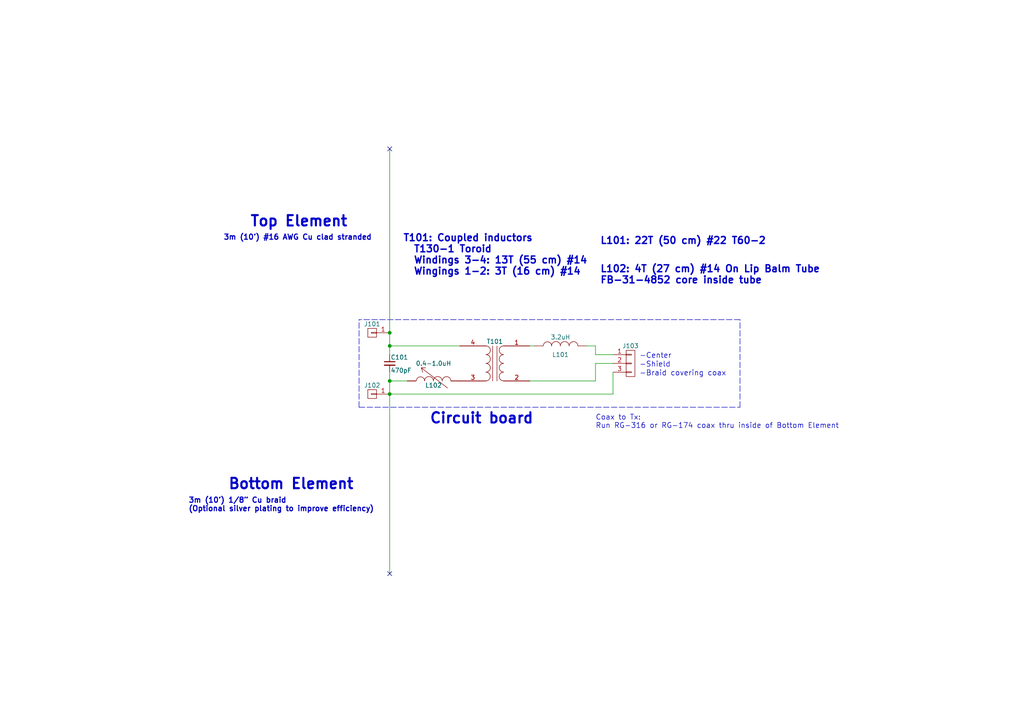
<source format=kicad_sch>
(kicad_sch (version 20211123) (generator eeschema)
  (paper "A4")
  (title_block (title "80m Vertical Dipole Fox Antenna") (date "2021-04-05") (rev "X.2.0"))
  (lib_symbols
    (symbol "80m_Tx_Antenna-rescue:CONN_01X01" (pin_names (offset 1.016) hide)
      (property "Reference" "J" (at 0 2.54 0))
      (property "Value" "CONN_01X01" (at 2.54 0 90))
      (symbol "CONN_01X01_0_1"
        (rectangle (start -1.27 0.127) (end 0.254 -0.127))
        (rectangle (start -1.27 1.27) (end 1.27 -1.27))
      )
      (symbol "CONN_01X01_1_1"
        (pin passive line (at -5.08 0 0) (length 3.81) (name "P1") (number "1"))
      )
    )
    (symbol "80m_Tx_Antenna-rescue:CONN_01X03" (pin_names (offset 1.016) hide)
      (property "Reference" "J" (at 0 5.08 0))
      (property "Value" "CONN_01X03" (at 2.54 0 90))
      (symbol "CONN_01X03_0_1"
        (rectangle (start -1.27 -2.413) (end 0.254 -2.667))
        (rectangle (start -1.27 0.127) (end 0.254 -0.127))
        (rectangle (start -1.27 2.667) (end 0.254 2.413))
        (rectangle (start -1.27 3.81) (end 1.27 -3.81))
      )
      (symbol "CONN_01X03_1_1"
        (pin passive line (at -5.08 2.54 0) (length 3.81) (name "P1") (number "1"))
        (pin passive line (at -5.08 0 0) (length 3.81) (name "P2") (number "2"))
        (pin passive line (at -5.08 -2.54 0) (length 3.81) (name "P3") (number "3"))
      )
    )
    (symbol "80m_Tx_Antenna-rescue:INDUCTOR" (pin_numbers hide) (pin_names (offset 1.016) hide)
      (property "Reference" "L" (at -1.27 0 90))
      (property "Value" "INDUCTOR" (at 2.54 0 90))
      (symbol "INDUCTOR_0_1"
        (arc (start 0.0254 -5.0546) (mid 1.2449 -3.8097) (end 0.0254 -2.54))
        (arc (start 0.0254 -2.5146) (mid 1.2703 -1.2444) (end 0.0254 0.0508))
        (arc (start 0.0254 0.0254) (mid 1.2703 1.2956) (end 0.0254 2.5908))
        (arc (start 0.0254 2.5654) (mid 1.1941 3.7595) (end 0.0254 4.9784))
      )
      (symbol "INDUCTOR_1_1"
        (pin passive line (at 0 7.62 270) (length 2.54) (name "1") (number "1"))
        (pin passive line (at 0 -7.62 90) (length 2.54) (name "2") (number "2"))
      )
    )
    (symbol "80m_Tx_Antenna-rescue:INDUCTOR_VARIABLE" (pin_numbers hide) (pin_names (offset 1.016) hide)
      (property "Reference" "L" (at -1.27 0 90))
      (property "Value" "INDUCTOR_VARIABLE" (at 2.54 0 90))
      (symbol "INDUCTOR_VARIABLE_0_1"
        (polyline (pts (xy 3.81 3.5306) (xy 2.54 3.1242)))
        (polyline (pts (xy -2.032 -4.064) (xy 3.81 3.556) (xy 3.81 2.286)))
        (arc (start 0.0254 -5.0546) (mid 1.2449 -3.8097) (end 0.0254 -2.54))
        (arc (start 0.0254 -2.5146) (mid 1.2703 -1.2444) (end 0.0254 0.0508))
        (arc (start 0.0254 0.0254) (mid 1.2703 1.2956) (end 0.0254 2.5908))
        (arc (start 0.0254 2.5654) (mid 1.1941 3.7595) (end 0.0254 4.9784))
      )
      (symbol "INDUCTOR_VARIABLE_1_1"
        (pin passive line (at 0 7.62 270) (length 2.54) (name "1") (number "1"))
        (pin passive line (at 0 -7.62 90) (length 2.54) (name "2") (number "2"))
      )
    )
    (symbol "80m_Tx_Antenna-rescue:TRANSFO" (pin_names (offset 1.016) hide)
      (property "Reference" "T" (at 0 6.35 0))
      (property "Value" "TRANSFO" (at 0 -7.62 0))
      (symbol "TRANSFO_0_1"
        (arc (start -2.54 -5.0546) (mid -1.6599 -4.6901) (end -1.27 -3.81))
        (arc (start -2.54 -2.5146) (mid -1.6599 -2.1501) (end -1.27 -1.27))
        (arc (start -2.54 0.0254) (mid -1.6599 0.3899) (end -1.27 1.27))
        (arc (start -2.54 2.5654) (mid -1.6599 2.9299) (end -1.27 3.81))
        (arc (start -1.27 -3.81) (mid -1.642 -2.912) (end -2.54 -2.54))
        (arc (start -1.27 -1.27) (mid -1.642 -0.372) (end -2.54 0))
        (arc (start -1.27 1.27) (mid -1.642 2.168) (end -2.54 2.54))
        (arc (start -1.27 3.81) (mid -1.642 4.708) (end -2.54 5.08))
        (polyline (pts (xy -0.635 5.08) (xy -0.635 -5.08)))
        (polyline (pts (xy 0.635 -5.08) (xy 0.635 5.08)))
        (arc (start 1.2954 -1.27) (mid 1.6599 -2.1501) (end 2.54 -2.5146))
        (arc (start 1.2954 1.27) (mid 1.6599 0.3899) (end 2.54 0.0254))
        (arc (start 1.2954 3.81) (mid 1.6599 2.9299) (end 2.54 2.5654))
        (arc (start 1.3208 -3.81) (mid 1.6853 -4.6901) (end 2.5654 -5.0546))
        (arc (start 2.54 0) (mid 1.642 -0.372) (end 1.2954 -1.27))
        (arc (start 2.54 2.54) (mid 1.642 2.168) (end 1.2954 1.27))
        (arc (start 2.54 5.08) (mid 1.642 4.708) (end 1.2954 3.81))
        (arc (start 2.5654 -2.54) (mid 1.6674 -2.912) (end 1.3208 -3.81))
      )
      (symbol "TRANSFO_1_1"
        (pin passive line (at -10.16 5.08 0) (length 7.62) (name "AA") (number "1"))
        (pin passive line (at -10.16 -5.08 0) (length 7.62) (name "AB") (number "2"))
        (pin passive line (at 10.16 -5.08 180) (length 7.62) (name "SA") (number "3"))
        (pin passive line (at 10.16 5.08 180) (length 7.62) (name "SB") (number "4"))
      )
    )
    (symbol "Device:C_Small" (pin_numbers hide) (pin_names (offset 0.254) hide)
      (property "Reference" "C" (at 0.254 1.778 0))
      (property "Value" "C_Small" (at 0.254 -2.032 0))
      (symbol "C_Small_0_1"
        (polyline (pts (xy -1.524 -0.508) (xy 1.524 -0.508)) (stroke (width 0.3302)))
        (polyline (pts (xy -1.524 0.508) (xy 1.524 0.508)) (stroke (width 0.3048)))
      )
      (symbol "C_Small_1_1"
        (pin passive line (at 0 2.54 270) (length 2.032) (name "~") (number "1"))
        (pin passive line (at 0 -2.54 90) (length 2.032) (name "~") (number "2"))
      )
    )
  )
  (junction (at 113.03 110.49))
  (junction (at 113.03 96.52))
  (junction (at 113.03 114.3))
  (junction (at 113.03 100.33))
  (no_connect (at 113.03 43.18))
  (no_connect (at 113.03 166.37))
  (wire (pts (xy 113.03 96.52) (xy 113.03 100.33)))
  (wire (pts (xy 113.03 43.18) (xy 113.03 96.52)))
  (wire (pts (xy 154.94 100.33) (xy 153.67 100.33)))
  (wire (pts (xy 177.8 107.95) (xy 177.8 114.3)))
  (wire (pts (xy 172.72 102.87) (xy 177.8 102.87)))
  (polyline (pts (xy 214.63 92.71) (xy 104.14 92.71)))
  (wire (pts (xy 113.03 110.49) (xy 113.03 114.3)))
  (polyline (pts (xy 214.63 118.11) (xy 214.63 92.71)))
  (wire (pts (xy 172.72 110.49) (xy 172.72 105.41)))
  (wire (pts (xy 113.03 114.3) (xy 113.03 166.37)))
  (wire (pts (xy 113.03 114.3) (xy 177.8 114.3)))
  (wire (pts (xy 170.18 100.33) (xy 172.72 100.33)))
  (wire (pts (xy 118.11 110.49) (xy 113.03 110.49)))
  (wire (pts (xy 113.03 107.95) (xy 113.03 110.49)))
  (polyline (pts (xy 104.14 118.11) (xy 214.63 118.11)))
  (wire (pts (xy 153.67 110.49) (xy 172.72 110.49)))
  (wire (pts (xy 172.72 105.41) (xy 177.8 105.41)))
  (wire (pts (xy 133.35 100.33) (xy 113.03 100.33)))
  (polyline (pts (xy 104.14 118.11) (xy 104.14 92.71)))
  (wire (pts (xy 113.03 100.33) (xy 113.03 102.87)))
  (wire (pts (xy 172.72 100.33) (xy 172.72 102.87)))
  (text "-Shield" (at 185.42 106.68 0) (effects (font (size 1.524 1.524)) (justify left bottom)))
  (text "Coax to Tx:\nRun RG-316 or RG-174 coax thru inside of Bottom Element" (at 172.72 124.46 0) (effects (font (size 1.4986 1.4986)) (justify left bottom)))
  (text "T101: Coupled inductors\n  T130-1 Toroid\n  Windings 3-4: 13T (55 cm) #14\n  Wingings 1-2: 3T (16 cm) #14" (at 116.84 80.01 0) (effects (font (size 2.0066 2.0066) (thickness 0.4013) bold) (justify left bottom)))
  (text "-Center" (at 185.42 104.14 0) (effects (font (size 1.524 1.524)) (justify left bottom)))
  (text "Bottom Element" (at 66.04 142.24 0) (effects (font (size 2.9972 2.9972) (thickness 0.5994) bold) (justify left bottom)))
  (text "L102: 4T (27 cm) #14 On Lip Balm Tube\nFB-31-4852 core inside tube" (at 173.99 82.55 0) (effects (font (size 2.0066 2.0066) (thickness 0.4013) bold) (justify left bottom)))
  (text "Circuit board" (at 124.46 123.19 0) (effects (font (size 2.9972 2.9972) (thickness 0.5994) bold) (justify left bottom)))
  (text "Top Element" (at 72.39 66.04 0) (effects (font (size 2.9972 2.9972) (thickness 0.5994) bold) (justify left bottom)))
  (text "-Braid covering coax" (at 185.42 109.22 0) (effects (font (size 1.524 1.524)) (justify left bottom)))
  (text "3m (10’) #16 AWG Cu clad stranded" (at 64.77 69.85 0) (effects (font (size 1.524 1.524) (thickness 0.3048) bold) (justify left bottom)))
  (text "L101: 22T (50 cm) #22 T60-2" (at 173.99 71.12 0) (effects (font (size 2.0066 2.0066) (thickness 0.4013) bold) (justify left bottom)))
  (text "3m (10’) 1/8” Cu braid\n(Optional silver plating to improve efficiency)" (at 54.61 148.59 0) (effects (font (size 1.524 1.524) (thickness 0.3048) bold) (justify left bottom)))
  (symbol (lib_id "80m_Tx_Antenna-rescue:INDUCTOR") (at 162.56 100.33 90) (unit 1)
    (property "Reference" "L101" (at 162.56 102.87 90))
    (property "Value" "3.2uH" (at 162.56 97.79 90))
    (property "Footprint" "Inductors:Toroid_T-60_2TH" (effects hide))
    (property "Part No." "Value" (effects hide))
    (property "Link" "<a href=\"\">Link</a>" (effects hide))
  )
  (symbol (lib_id "80m_Tx_Antenna-rescue:CONN_01X01") (at 107.95 96.52 0) (mirror y) (unit 1)
    (property "Reference" "J101" (at 107.95 93.98 0))
    (property "Value" "Thru Holes" (effects hide))
    (property "Footprint" "Oddities:Rod_Attachment" (effects hide))
    (property "Part No." "Value" (effects hide))
    (property "Link" "<a href=\"\">Link</a>" (effects hide))
  )
  (symbol (lib_id "80m_Tx_Antenna-rescue:CONN_01X01") (at 107.95 114.3 0) (mirror y) (unit 1)
    (property "Reference" "J102" (at 107.95 111.76 0))
    (property "Value" "Thru Holes" (effects hide))
    (property "Footprint" "Oddities:Rod_Attachment" (effects hide))
    (property "Part No." "Value" (effects hide))
    (property "Link" "<a href=\"\">Link</a>" (effects hide))
  )
  (symbol (lib_id "80m_Tx_Antenna-rescue:TRANSFO") (at 143.51 105.41 0) (mirror y) (unit 1)
    (property "Reference" "T101" (at 143.51 99.06 0))
    (property "Value" "TRANSFO" (effects hide))
    (property "Footprint" "Oddities:Core_150A_2_windings_Horiz_TH" (effects hide))
    (property "Part No." "Value" (effects hide))
    (property "Link" "<a href=\"\">Link</a>" (effects hide))
  )
  (symbol (lib_id "80m_Tx_Antenna-rescue:CONN_01X03") (at 182.88 105.41 0) (unit 1)
    (property "Reference" "J103" (at 182.88 100.33 0))
    (property "Value" "CONN_01X03" (effects hide))
    (property "Footprint" "Oddities:RG-174_Attachment" (effects hide))
    (property "Part No." "Value" (effects hide))
    (property "Link" "<a href=\"\">Link</a>" (effects hide))
  )
  (symbol (lib_id "Device:C_Small") (at 113.03 105.41 0) (unit 1)
    (property "Reference" "C101" (at 113.284 103.632 0) (effects (justify left)))
    (property "Value" "470pF" (at 113.284 107.442 0) (effects (justify left)))
    (property "Footprint" "Capacitors_ThroughHole:C_Disc_D7.5_P5" (effects hide))
    (property "Part No." "338-2611-ND" (effects hide))
    (property "Link" "<a href=\"https://www.digikey.com/products/en?keywords=338-2611-ND\">Link</a>" (effects hide))
  )
  (symbol (lib_id "80m_Tx_Antenna-rescue:INDUCTOR_VARIABLE") (at 125.73 110.49 90) (unit 1)
    (property "Reference" "L102" (at 125.73 111.76 90))
    (property "Value" "0.4-1.0uH" (at 125.73 105.41 90))
    (property "Footprint" "Inductors:Manually_Wound_Coil" (effects hide))
  )
)
</source>
